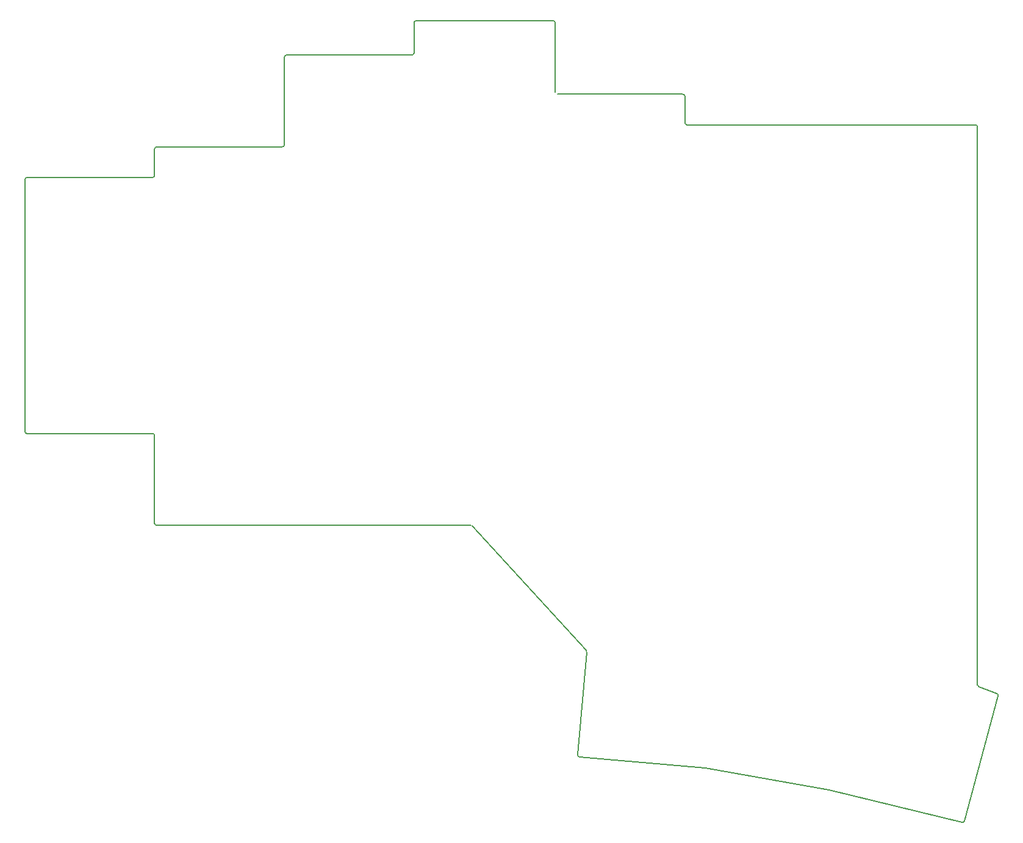
<source format=gbr>
%TF.GenerationSoftware,KiCad,Pcbnew,7.0.1-3b83917a11~171~ubuntu22.04.1*%
%TF.CreationDate,2023-03-24T21:35:46-04:00*%
%TF.ProjectId,whisper_plate,77686973-7065-4725-9f70-6c6174652e6b,v1.0.0*%
%TF.SameCoordinates,Original*%
%TF.FileFunction,Profile,NP*%
%FSLAX46Y46*%
G04 Gerber Fmt 4.6, Leading zero omitted, Abs format (unit mm)*
G04 Created by KiCad (PCBNEW 7.0.1-3b83917a11~171~ubuntu22.04.1) date 2023-03-24 21:35:46*
%MOMM*%
%LPD*%
G01*
G04 APERTURE LIST*
%TA.AperFunction,Profile*%
%ADD10C,0.150000*%
%TD*%
G04 APERTURE END LIST*
D10*
X227201673Y-81266727D02*
G75*
G03*
X227501727Y-81566727I300027J27D01*
G01*
X197459524Y-137156727D02*
X153881727Y-137156727D01*
X227201727Y-77616727D02*
X227201727Y-81266727D01*
X229964023Y-170830431D02*
X212578345Y-169309381D01*
X153581727Y-136856727D02*
X153581727Y-124706727D01*
X171581727Y-84326727D02*
X171581727Y-72176727D01*
X153581727Y-88576727D02*
X153581727Y-84926727D01*
X212305617Y-168984375D02*
G75*
G03*
X212578346Y-169309381I298883J-26125D01*
G01*
X135881727Y-88876727D02*
G75*
G03*
X135581727Y-89176727I-27J-299973D01*
G01*
X270638861Y-160822827D02*
X265990573Y-178170475D01*
X135881727Y-88876727D02*
X153281727Y-88876727D01*
X189281727Y-71876727D02*
G75*
G03*
X189581727Y-71576727I-27J300027D01*
G01*
X153281727Y-124406727D02*
X135881727Y-124406727D01*
X189581727Y-71576727D02*
X189581727Y-67416727D01*
X171281727Y-84626727D02*
G75*
G03*
X171581727Y-84326727I-27J300027D01*
G01*
X227501727Y-81566727D02*
X267491727Y-81566727D01*
X153881727Y-84626727D02*
G75*
G03*
X153581727Y-84926727I-27J-299973D01*
G01*
X267990680Y-159582898D02*
X270450131Y-160462711D01*
X153881727Y-84626727D02*
X171281727Y-84626727D01*
X247224751Y-173851349D02*
G75*
G03*
X247204734Y-173847137I-71651J-290851D01*
G01*
X265629059Y-178384098D02*
G75*
G03*
X265990572Y-178170475I71741J291298D01*
G01*
X213473046Y-154526954D02*
X197680933Y-137254296D01*
X213550498Y-154755531D02*
G75*
G03*
X213473046Y-154526953I-298898J26131D01*
G01*
X209501727Y-77316727D02*
X226901727Y-77316727D01*
X135581727Y-124106727D02*
X135581727Y-89176727D01*
X153281727Y-88876727D02*
G75*
G03*
X153581727Y-88576727I-27J300027D01*
G01*
X153581673Y-124706727D02*
G75*
G03*
X153281727Y-124406727I-299973J27D01*
G01*
X209201727Y-67416727D02*
X209201727Y-77016727D01*
X265629053Y-178384124D02*
X247224751Y-173851348D01*
X209201673Y-67416727D02*
G75*
G03*
X208901727Y-67116727I-299973J27D01*
G01*
X212305633Y-168984376D02*
X213550496Y-154755531D01*
X189881727Y-67116727D02*
X208901727Y-67116727D01*
X135581673Y-124106727D02*
G75*
G03*
X135881727Y-124406727I300027J27D01*
G01*
X247204734Y-173847136D02*
X229989602Y-170833782D01*
X153581673Y-136856727D02*
G75*
G03*
X153881727Y-137156727I300027J27D01*
G01*
X171881727Y-71876727D02*
G75*
G03*
X171581727Y-72176727I-27J-299973D01*
G01*
X171881727Y-71876727D02*
X189281727Y-71876727D01*
X189881727Y-67116727D02*
G75*
G03*
X189581727Y-67416727I-27J-299973D01*
G01*
X267791684Y-159300428D02*
G75*
G03*
X267990680Y-159582897I300016J28D01*
G01*
X267791727Y-81866727D02*
X267791727Y-159300428D01*
X270638893Y-160822835D02*
G75*
G03*
X270450132Y-160462711I-289793J77635D01*
G01*
X267791673Y-81866727D02*
G75*
G03*
X267491727Y-81566727I-299973J27D01*
G01*
X227201673Y-77616727D02*
G75*
G03*
X226901727Y-77316727I-299973J27D01*
G01*
X229989602Y-170833783D02*
G75*
G03*
X229964023Y-170830431I-51802J-296017D01*
G01*
M02*

</source>
